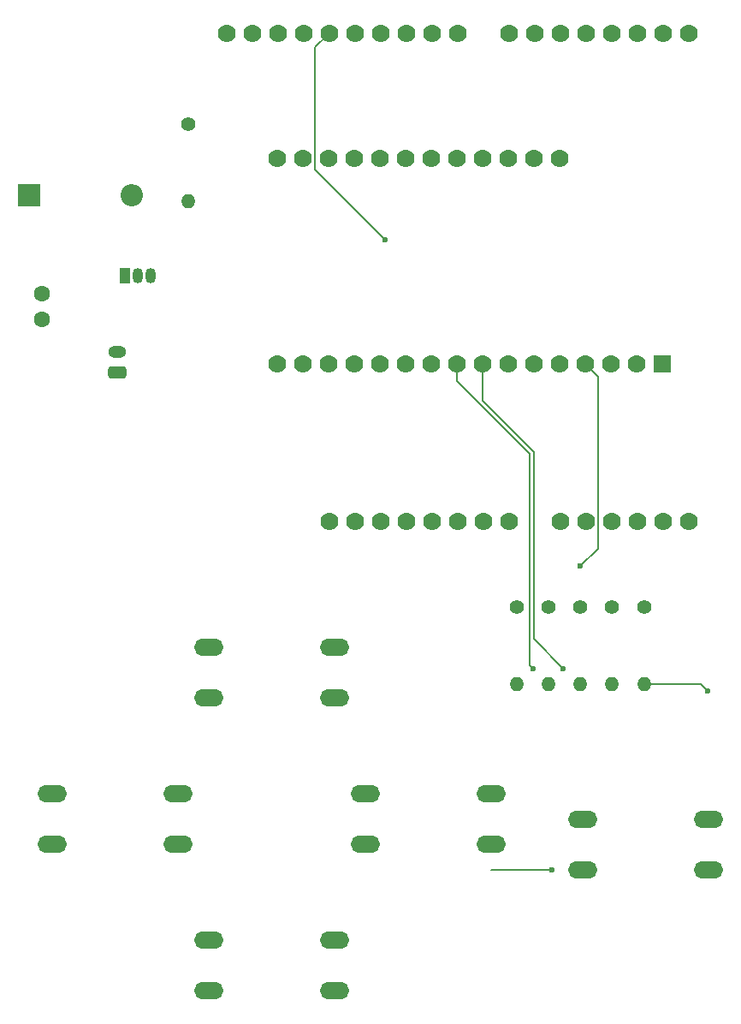
<source format=gbr>
%TF.GenerationSoftware,KiCad,Pcbnew,8.0.1*%
%TF.CreationDate,2024-04-26T19:06:38+02:00*%
%TF.ProjectId,teamagotchi,7465616d-6167-46f7-9463-68692e6b6963,rev?*%
%TF.SameCoordinates,Original*%
%TF.FileFunction,Copper,L2,Bot*%
%TF.FilePolarity,Positive*%
%FSLAX46Y46*%
G04 Gerber Fmt 4.6, Leading zero omitted, Abs format (unit mm)*
G04 Created by KiCad (PCBNEW 8.0.1) date 2024-04-26 19:06:38*
%MOMM*%
%LPD*%
G01*
G04 APERTURE LIST*
G04 Aperture macros list*
%AMRoundRect*
0 Rectangle with rounded corners*
0 $1 Rounding radius*
0 $2 $3 $4 $5 $6 $7 $8 $9 X,Y pos of 4 corners*
0 Add a 4 corners polygon primitive as box body*
4,1,4,$2,$3,$4,$5,$6,$7,$8,$9,$2,$3,0*
0 Add four circle primitives for the rounded corners*
1,1,$1+$1,$2,$3*
1,1,$1+$1,$4,$5*
1,1,$1+$1,$6,$7*
1,1,$1+$1,$8,$9*
0 Add four rect primitives between the rounded corners*
20,1,$1+$1,$2,$3,$4,$5,0*
20,1,$1+$1,$4,$5,$6,$7,0*
20,1,$1+$1,$6,$7,$8,$9,0*
20,1,$1+$1,$8,$9,$2,$3,0*%
G04 Aperture macros list end*
%TA.AperFunction,ComponentPad*%
%ADD10C,1.400000*%
%TD*%
%TA.AperFunction,ComponentPad*%
%ADD11O,1.400000X1.400000*%
%TD*%
%TA.AperFunction,ComponentPad*%
%ADD12O,2.900000X1.700000*%
%TD*%
%TA.AperFunction,ComponentPad*%
%ADD13C,1.778000*%
%TD*%
%TA.AperFunction,ComponentPad*%
%ADD14R,2.200000X2.200000*%
%TD*%
%TA.AperFunction,ComponentPad*%
%ADD15O,2.200000X2.200000*%
%TD*%
%TA.AperFunction,ComponentPad*%
%ADD16R,1.050000X1.500000*%
%TD*%
%TA.AperFunction,ComponentPad*%
%ADD17O,1.050000X1.500000*%
%TD*%
%TA.AperFunction,ComponentPad*%
%ADD18R,1.778000X1.778000*%
%TD*%
%TA.AperFunction,ComponentPad*%
%ADD19RoundRect,0.250000X0.650000X-0.350000X0.650000X0.350000X-0.650000X0.350000X-0.650000X-0.350000X0*%
%TD*%
%TA.AperFunction,ComponentPad*%
%ADD20O,1.800000X1.200000*%
%TD*%
%TA.AperFunction,ComponentPad*%
%ADD21C,1.600000*%
%TD*%
%TA.AperFunction,ViaPad*%
%ADD22C,0.600000*%
%TD*%
%TA.AperFunction,Conductor*%
%ADD23C,0.200000*%
%TD*%
G04 APERTURE END LIST*
D10*
%TO.P,R4,1*%
%TO.N,Net-(Q1-E)*%
X164010000Y-108316000D03*
D11*
%TO.P,R4,2*%
%TO.N,Net-(U1-A4{slash}0.28)*%
X164010000Y-115936000D03*
%TD*%
D10*
%TO.P,R3,1*%
%TO.N,Net-(Q1-E)*%
X167160000Y-108316000D03*
D11*
%TO.P,R3,2*%
%TO.N,Net-(U1-A3{slash}0.05)*%
X167160000Y-115936000D03*
%TD*%
D12*
%TO.P,SW5,1,1*%
%TO.N,Net-(U1-A2{slash}0.04)*%
X130360000Y-141306000D03*
X142860000Y-141306000D03*
%TO.P,SW5,2,2*%
%TO.N,Net-(D1-K)*%
X130360000Y-146306000D03*
X142860000Y-146306000D03*
%TD*%
%TO.P,SW3,1,1*%
%TO.N,Net-(U1-A3{slash}0.05)*%
X145860000Y-126806000D03*
X158360000Y-126806000D03*
%TO.P,SW3,2,2*%
%TO.N,Net-(D1-K)*%
X145860000Y-131806000D03*
X158360000Y-131806000D03*
%TD*%
%TO.P,SW2,1,1*%
%TO.N,Net-(U1-A5{slash}0.29)*%
X130360000Y-112306000D03*
X142860000Y-112306000D03*
%TO.P,SW2,2,2*%
%TO.N,Net-(D1-K)*%
X130360000Y-117306000D03*
X142860000Y-117306000D03*
%TD*%
%TO.P,SW1,1,1*%
%TO.N,Net-(U1-A1{slash}0.03)*%
X167360000Y-129306000D03*
X179860000Y-129306000D03*
%TO.P,SW1,2,2*%
%TO.N,Net-(D1-K)*%
X167360000Y-134306000D03*
X179860000Y-134306000D03*
%TD*%
%TO.P,SW4,1,1*%
%TO.N,Net-(U1-A4{slash}0.28)*%
X114860000Y-126806000D03*
X127360000Y-126806000D03*
%TO.P,SW4,2,2*%
%TO.N,Net-(D1-K)*%
X114860000Y-131806000D03*
X127360000Y-131806000D03*
%TD*%
D13*
%TO.P,TFT1,*%
%TO.N,*%
X142320000Y-99866000D03*
X149940000Y-99866000D03*
%TO.P,TFT1,0*%
%TO.N,N/C*%
X177880000Y-51606000D03*
%TO.P,TFT1,1*%
X175340000Y-51606000D03*
%TO.P,TFT1,2*%
X172800000Y-51606000D03*
%TO.P,TFT1,3*%
X170260000Y-51606000D03*
%TO.P,TFT1,4,D4/SD_CS*%
%TO.N,unconnected-(TFT1-D4{slash}SD_CS-Pad4)*%
X167720000Y-51606000D03*
%TO.P,TFT1,5*%
%TO.N,N/C*%
X165180000Y-51606000D03*
%TO.P,TFT1,6*%
X162640000Y-51606000D03*
%TO.P,TFT1,7*%
X160100000Y-51606000D03*
%TO.P,TFT1,8,D8/Touch_CS*%
%TO.N,Net-(TFT1-D8{slash}Touch_CS)*%
X155020000Y-51606000D03*
%TO.P,TFT1,9,D9/TFT_DC*%
%TO.N,Net-(TFT1-D9{slash}TFT_DC)*%
X152480000Y-51606000D03*
%TO.P,TFT1,10,D10/TFT_CS*%
%TO.N,Net-(TFT1-D10{slash}TFT_CS)*%
X149940000Y-51606000D03*
%TO.P,TFT1,11,D11/MOSI*%
%TO.N,Net-(TFT1-D11{slash}MOSI)*%
X147400000Y-51606000D03*
%TO.P,TFT1,12,D12/MISO*%
%TO.N,Net-(TFT1-D12{slash}MISO)*%
X144860000Y-51606000D03*
%TO.P,TFT1,13,D13/SCLK*%
%TO.N,Net-(TFT1-D13{slash}SCLK)*%
X142320000Y-51606000D03*
%TO.P,TFT1,14*%
%TO.N,N/C*%
X139780000Y-51606000D03*
%TO.P,TFT1,15*%
X137240000Y-51606000D03*
%TO.P,TFT1,16*%
X134700000Y-51606000D03*
%TO.P,TFT1,17*%
X132160000Y-51606000D03*
%TO.P,TFT1,22*%
X160100000Y-99866000D03*
%TO.P,TFT1,23*%
X165180000Y-99866000D03*
%TO.P,TFT1,24*%
X167720000Y-99866000D03*
%TO.P,TFT1,25*%
X170260000Y-99866000D03*
%TO.P,TFT1,26*%
X172800000Y-99866000D03*
%TO.P,TFT1,27*%
X175340000Y-99866000D03*
%TO.P,TFT1,28*%
X177880000Y-99866000D03*
%TO.P,TFT1,40,GND*%
%TO.N,Net-(Q1-E)*%
X157560000Y-99866000D03*
%TO.P,TFT1,41*%
%TO.N,N/C*%
X155020000Y-99866000D03*
%TO.P,TFT1,50,3/5V*%
%TO.N,Net-(D1-K)*%
X147400000Y-99866000D03*
%TO.P,TFT1,51*%
%TO.N,N/C*%
X144860000Y-99866000D03*
%TO.P,TFT1,67*%
X152480000Y-99866000D03*
%TD*%
D10*
%TO.P,R2,1*%
%TO.N,Net-(Q1-E)*%
X170310000Y-108316000D03*
D11*
%TO.P,R2,2*%
%TO.N,Net-(U1-A2{slash}0.04)*%
X170310000Y-115936000D03*
%TD*%
D10*
%TO.P,R1,1*%
%TO.N,Net-(Q1-E)*%
X173460000Y-108316000D03*
D11*
%TO.P,R1,2*%
%TO.N,Net-(U1-A1{slash}0.03)*%
X173460000Y-115936000D03*
%TD*%
D10*
%TO.P,R5,1*%
%TO.N,Net-(Q1-E)*%
X160860000Y-108316000D03*
D11*
%TO.P,R5,2*%
%TO.N,Net-(U1-A5{slash}0.29)*%
X160860000Y-115936000D03*
%TD*%
D14*
%TO.P,D1,1,K*%
%TO.N,Net-(D1-K)*%
X112580000Y-67606000D03*
D15*
%TO.P,D1,2,A*%
%TO.N,Net-(D1-A)*%
X122740000Y-67606000D03*
%TD*%
D16*
%TO.P,Q1,1,C*%
%TO.N,Net-(D1-A)*%
X122090000Y-75546000D03*
D17*
%TO.P,Q1,2,B*%
%TO.N,Net-(Q1-B)*%
X123360000Y-75546000D03*
%TO.P,Q1,3,E*%
%TO.N,Net-(Q1-E)*%
X124630000Y-75546000D03*
%TD*%
D18*
%TO.P,U1,1,~{RESET}*%
%TO.N,unconnected-(U1-~{RESET}-Pad1)*%
X175300000Y-84326000D03*
D13*
%TO.P,U1,2,3V3*%
%TO.N,Net-(D1-K)*%
X172760000Y-84326000D03*
%TO.P,U1,3,3V3*%
X170220000Y-84326000D03*
%TO.P,U1,4,GND*%
%TO.N,Net-(Q1-E)*%
X167680000Y-84326000D03*
%TO.P,U1,5,A0/0.02*%
%TO.N,unconnected-(U1-A0{slash}0.02-Pad5)*%
X165140000Y-84326000D03*
%TO.P,U1,6,A1/0.03*%
%TO.N,Net-(U1-A1{slash}0.03)*%
X162600000Y-84326000D03*
%TO.P,U1,7,A2/0.04*%
%TO.N,Net-(U1-A2{slash}0.04)*%
X160060000Y-84326000D03*
%TO.P,U1,8,A3/0.05*%
%TO.N,Net-(U1-A3{slash}0.05)*%
X157520000Y-84326000D03*
%TO.P,U1,9,A4/0.28*%
%TO.N,Net-(U1-A4{slash}0.28)*%
X154980000Y-84326000D03*
%TO.P,U1,10,A5/0.29*%
%TO.N,Net-(U1-A5{slash}0.29)*%
X152440000Y-84326000D03*
%TO.P,U1,11,SCK*%
%TO.N,Net-(TFT1-D13{slash}SCLK)*%
X149900000Y-84326000D03*
%TO.P,U1,12,MOSI*%
%TO.N,Net-(TFT1-D11{slash}MOSI)*%
X147360000Y-84326000D03*
%TO.P,U1,13,MISO*%
%TO.N,Net-(TFT1-D12{slash}MISO)*%
X144820000Y-84326000D03*
%TO.P,U1,14,RXD*%
%TO.N,unconnected-(U1-RXD-Pad14)*%
X142280000Y-84326000D03*
%TO.P,U1,15,TXD*%
%TO.N,unconnected-(U1-TXD-Pad15)*%
X139740000Y-84326000D03*
%TO.P,U1,16,DFU*%
%TO.N,unconnected-(U1-DFU-Pad16)*%
X137200000Y-84326000D03*
%TO.P,U1,17,SDA*%
%TO.N,unconnected-(U1-SDA-Pad17)*%
X137200000Y-64006000D03*
%TO.P,U1,18,SCL*%
%TO.N,unconnected-(U1-SCL-Pad18)*%
X139740000Y-64006000D03*
%TO.P,U1,19,P0.27*%
%TO.N,unconnected-(U1-P0.27-Pad19)*%
X142280000Y-64006000D03*
%TO.P,U1,20,A6/P0.30*%
%TO.N,unconnected-(U1-A6{slash}P0.30-Pad20)*%
X144820000Y-64006000D03*
%TO.P,U1,21,A7/P0.31*%
%TO.N,unconnected-(U1-A7{slash}P0.31-Pad21)*%
X147360000Y-64006000D03*
%TO.P,U1,22,P0.11*%
%TO.N,Net-(TFT1-D10{slash}TFT_CS)*%
X149900000Y-64006000D03*
%TO.P,U1,23,P0.07*%
%TO.N,Net-(TFT1-D9{slash}TFT_DC)*%
X152440000Y-64006000D03*
%TO.P,U1,24,P0.15*%
%TO.N,Net-(TFT1-D8{slash}Touch_CS)*%
X154980000Y-64006000D03*
%TO.P,U1,25,P0.16*%
%TO.N,Net-(U1-P0.16)*%
X157520000Y-64006000D03*
%TO.P,U1,26,VBUS*%
%TO.N,unconnected-(U1-VBUS-Pad26)*%
X160060000Y-64006000D03*
%TO.P,U1,27,EN*%
%TO.N,unconnected-(U1-EN-Pad27)*%
X162600000Y-64006000D03*
%TO.P,U1,28,VBAT*%
%TO.N,unconnected-(U1-VBAT-Pad28)*%
X165140000Y-64006000D03*
%TD*%
D19*
%TO.P,M1,1,+*%
%TO.N,Net-(D1-K)*%
X121360000Y-85106000D03*
D20*
%TO.P,M1,2,-*%
%TO.N,Net-(D1-A)*%
X121360000Y-83106000D03*
%TD*%
D10*
%TO.P,R6,1*%
%TO.N,Net-(U1-P0.16)*%
X128360000Y-60596000D03*
D11*
%TO.P,R6,2*%
%TO.N,Net-(Q1-B)*%
X128360000Y-68216000D03*
%TD*%
D21*
%TO.P,C1,1*%
%TO.N,Net-(D1-K)*%
X113860000Y-79856000D03*
%TO.P,C1,2*%
%TO.N,Net-(D1-A)*%
X113860000Y-77356000D03*
%TD*%
D22*
%TO.N,Net-(TFT1-D13{slash}SCLK)*%
X147860000Y-72006000D03*
%TO.N,Net-(U1-A3{slash}0.05)*%
X165460000Y-114406000D03*
%TO.N,Net-(U1-A1{slash}0.03)*%
X179760000Y-116606000D03*
%TO.N,Net-(U1-A4{slash}0.28)*%
X162460000Y-114406000D03*
%TO.N,Net-(D1-K)*%
X164360000Y-134306000D03*
%TO.N,Net-(Q1-E)*%
X167160000Y-104306000D03*
%TD*%
D23*
%TO.N,Net-(TFT1-D13{slash}SCLK)*%
X140929000Y-52997000D02*
X142320000Y-51606000D01*
X140929000Y-65075000D02*
X140929000Y-52997000D01*
X147860000Y-72006000D02*
X140929000Y-65075000D01*
%TO.N,Net-(U1-A3{slash}0.05)*%
X162560000Y-93006000D02*
X157520000Y-87966000D01*
X162560000Y-111506000D02*
X162560000Y-93006000D01*
X157520000Y-87966000D02*
X157520000Y-84326000D01*
X165460000Y-114406000D02*
X162560000Y-111506000D01*
%TO.N,Net-(U1-A1{slash}0.03)*%
X179760000Y-116606000D02*
X179090000Y-115936000D01*
X179090000Y-115936000D02*
X173460000Y-115936000D01*
%TO.N,Net-(U1-A4{slash}0.28)*%
X162160000Y-93171686D02*
X154980000Y-85991686D01*
X162160000Y-114106000D02*
X162160000Y-93171686D01*
X154980000Y-85991686D02*
X154980000Y-84326000D01*
X162460000Y-114406000D02*
X162160000Y-114106000D01*
%TO.N,Net-(D1-K)*%
X164360000Y-134306000D02*
X158360000Y-134306000D01*
%TO.N,Net-(Q1-E)*%
X168929000Y-85575000D02*
X167680000Y-84326000D01*
X167160000Y-104306000D02*
X168929000Y-102537000D01*
X168929000Y-102537000D02*
X168929000Y-85575000D01*
%TD*%
M02*

</source>
